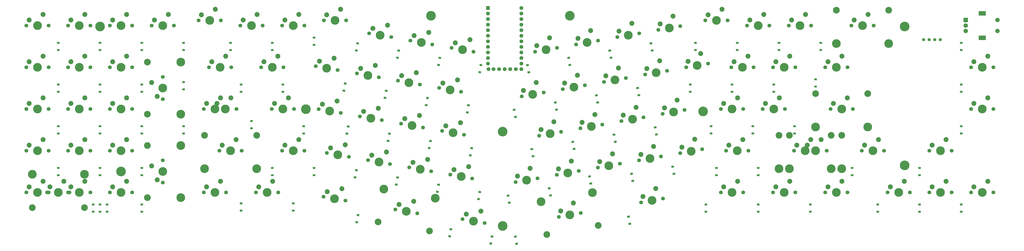
<source format=gbr>
%TF.GenerationSoftware,KiCad,Pcbnew,(5.1.10)-1*%
%TF.CreationDate,2022-01-23T15:25:41-08:00*%
%TF.ProjectId,V2,56322e6b-6963-4616-945f-706362585858,rev?*%
%TF.SameCoordinates,Original*%
%TF.FileFunction,Soldermask,Bot*%
%TF.FilePolarity,Negative*%
%FSLAX46Y46*%
G04 Gerber Fmt 4.6, Leading zero omitted, Abs format (unit mm)*
G04 Created by KiCad (PCBNEW (5.1.10)-1) date 2022-01-23 15:25:41*
%MOMM*%
%LPD*%
G01*
G04 APERTURE LIST*
%ADD10C,2.250000*%
%ADD11C,3.987800*%
%ADD12C,1.750000*%
%ADD13C,3.048000*%
%ADD14C,1.397000*%
%ADD15C,1.752600*%
%ADD16R,1.752600X1.752600*%
%ADD17C,4.400000*%
%ADD18R,1.200000X0.900000*%
%ADD19C,0.100000*%
%ADD20C,2.000000*%
%ADD21R,3.200000X2.000000*%
%ADD22R,2.000000X2.000000*%
G04 APERTURE END LIST*
D10*
%TO.C,MX78*%
X357479043Y-52070000D03*
D11*
X354939043Y-57150000D03*
D10*
X351129043Y-54610000D03*
D12*
X349859043Y-57150000D03*
X360019043Y-57150000D03*
D13*
X343032793Y-50165000D03*
X366845293Y-50165000D03*
D11*
X343032793Y-65405000D03*
X366845293Y-65405000D03*
%TD*%
D10*
%TO.C,MX78*%
X352716543Y-52070000D03*
D11*
X350176543Y-57150000D03*
D10*
X346366543Y-54610000D03*
D12*
X345096543Y-57150000D03*
X355256543Y-57150000D03*
D13*
X338270293Y-50165000D03*
X362082793Y-50165000D03*
D11*
X338270293Y-65405000D03*
X362082793Y-65405000D03*
%TD*%
D10*
%TO.C,MX84*%
X367004043Y-13970000D03*
D11*
X364464043Y-19050000D03*
D10*
X360654043Y-16510000D03*
D12*
X359384043Y-19050000D03*
X369544043Y-19050000D03*
%TD*%
D10*
%TO.C,MX85*%
X369385293Y-33020000D03*
D11*
X366845293Y-38100000D03*
D10*
X363035293Y-35560000D03*
D12*
X361765293Y-38100000D03*
X371925293Y-38100000D03*
D13*
X354939043Y-31115000D03*
X378751543Y-31115000D03*
D11*
X354939043Y-46355000D03*
X378751543Y-46355000D03*
%TD*%
D10*
%TO.C,MX23*%
X85883750Y-13970000D03*
D11*
X83343750Y-19050000D03*
D10*
X79533750Y-16510000D03*
D12*
X78263750Y-19050000D03*
X88423750Y-19050000D03*
%TD*%
D10*
%TO.C,MX16*%
X40640000Y-71120000D03*
D11*
X38100000Y-76200000D03*
D10*
X34290000Y-73660000D03*
D12*
X33020000Y-76200000D03*
X43180000Y-76200000D03*
%TD*%
D10*
%TO.C,MX39*%
X171674057Y-80292556D03*
D11*
X168290513Y-84854313D03*
D10*
X164979462Y-81691302D03*
D12*
X163287690Y-83972180D03*
X173293336Y-85736446D03*
D13*
X155352213Y-89665697D03*
X178802948Y-93800694D03*
D11*
X157998611Y-74657226D03*
X181449346Y-78792224D03*
%TD*%
D10*
%TO.C,MX47*%
X191612756Y-24809464D03*
D11*
X188229212Y-29371221D03*
D10*
X184918161Y-26208210D03*
D12*
X183226389Y-28489088D03*
X193232035Y-30253354D03*
%TD*%
D14*
%TO.C,OL1*%
X404190200Y-6477000D03*
X406730200Y-6477000D03*
X409270200Y-6477000D03*
X411810200Y-6477000D03*
%TD*%
D15*
%TO.C,U1*%
X208051400Y-19888200D03*
X210591400Y-19888200D03*
X213131400Y-19888200D03*
X215671400Y-19888200D03*
X218211400Y-19888200D03*
X220751400Y8051800D03*
X205740000Y-19888200D03*
X220751400Y5511800D03*
X220751400Y2971800D03*
X220751400Y431800D03*
X220751400Y-2108200D03*
X220751400Y-4648200D03*
X220751400Y-7188200D03*
X220751400Y-9728200D03*
X220751400Y-12268200D03*
X220751400Y-14808200D03*
X220751400Y-17348200D03*
X220751400Y-19888200D03*
X205511400Y-17348200D03*
X205511400Y-14808200D03*
X205511400Y-12268200D03*
X205511400Y-9728200D03*
X205511400Y-7188200D03*
X205511400Y-4648200D03*
X205511400Y-2108200D03*
X205511400Y431800D03*
X205511400Y2971800D03*
X205511400Y5511800D03*
D16*
X205511400Y8051800D03*
%TD*%
D10*
%TO.C,MX90*%
X83502500Y-33020000D03*
D11*
X80962500Y-38100000D03*
D10*
X77152500Y-35560000D03*
D12*
X75882500Y-38100000D03*
X86042500Y-38100000D03*
%TD*%
D17*
%TO.C,H11*%
X395592300Y-431800D03*
%TD*%
%TO.C,H9*%
X179552600Y4508500D03*
%TD*%
%TO.C,H8*%
X395592300Y-63855600D03*
%TD*%
%TO.C,H7*%
X38100000Y-66675000D03*
%TD*%
%TO.C,H6*%
X28575000Y-431800D03*
%TD*%
%TO.C,H5*%
X212229700Y-91541600D03*
%TD*%
%TO.C,H4*%
X212229700Y-48450500D03*
%TD*%
%TO.C,H3*%
X303631600Y-39166800D03*
%TD*%
%TO.C,H2*%
X242824000Y4508500D03*
%TD*%
%TO.C,H1*%
X122440700Y-38163500D03*
%TD*%
D10*
%TO.C,MX5*%
X12065000Y-71120000D03*
D11*
X9525000Y-76200000D03*
D10*
X5715000Y-73660000D03*
D12*
X4445000Y-76200000D03*
X14605000Y-76200000D03*
D13*
X-2381250Y-83185000D03*
X21431250Y-83185000D03*
D11*
X-2381250Y-67945000D03*
X21431250Y-67945000D03*
%TD*%
D10*
%TO.C,MX92*%
X433489043Y-71120000D03*
D11*
X430949043Y-76200000D03*
D10*
X427139043Y-73660000D03*
D12*
X425869043Y-76200000D03*
X436029043Y-76200000D03*
%TD*%
D10*
%TO.C,MX91*%
X433489043Y-33020000D03*
D11*
X430949043Y-38100000D03*
D10*
X427139043Y-35560000D03*
D12*
X425869043Y-38100000D03*
X436029043Y-38100000D03*
%TD*%
D10*
%TO.C,MX89*%
X433489043Y-13970000D03*
D11*
X430949043Y-19050000D03*
D10*
X427139043Y-16510000D03*
D12*
X425869043Y-19050000D03*
X436029043Y-19050000D03*
%TD*%
D10*
%TO.C,MX88*%
X414439043Y-71120000D03*
D11*
X411899043Y-76200000D03*
D10*
X408089043Y-73660000D03*
D12*
X406819043Y-76200000D03*
X416979043Y-76200000D03*
%TD*%
D10*
%TO.C,MX87*%
X414439043Y-52070000D03*
D11*
X411899043Y-57150000D03*
D10*
X408089043Y-54610000D03*
D12*
X406819043Y-57150000D03*
X416979043Y-57150000D03*
%TD*%
D10*
%TO.C,MX86*%
X383672793Y-52070000D03*
D11*
X381132793Y-57150000D03*
D10*
X377322793Y-54610000D03*
D12*
X376052793Y-57150000D03*
X386212793Y-57150000D03*
%TD*%
D10*
%TO.C,MX83*%
X343191543Y-13970000D03*
D11*
X340651543Y-19050000D03*
D10*
X336841543Y-16510000D03*
D12*
X335571543Y-19050000D03*
X345731543Y-19050000D03*
%TD*%
D10*
%TO.C,MX82*%
X378910293Y5080000D03*
D11*
X376370293Y0D03*
D10*
X372560293Y2540000D03*
D12*
X371290293Y0D03*
X381450293Y0D03*
D13*
X364464043Y6985000D03*
X388276543Y6985000D03*
D11*
X364464043Y-8255000D03*
X388276543Y-8255000D03*
%TD*%
D10*
%TO.C,MX81*%
X350335293Y5080000D03*
D11*
X347795293Y0D03*
D10*
X343985293Y2540000D03*
D12*
X342715293Y0D03*
X352875293Y0D03*
%TD*%
D10*
%TO.C,MX80*%
X395389043Y-71120000D03*
D11*
X392849043Y-76200000D03*
D10*
X389039043Y-73660000D03*
D12*
X387769043Y-76200000D03*
X397929043Y-76200000D03*
%TD*%
D10*
%TO.C,MX79*%
X367004043Y-71120000D03*
D11*
X364464043Y-76200000D03*
D10*
X360654043Y-73660000D03*
D12*
X359384043Y-76200000D03*
X369544043Y-76200000D03*
%TD*%
D10*
%TO.C,MX77*%
X338429043Y-33020000D03*
D11*
X335889043Y-38100000D03*
D10*
X332079043Y-35560000D03*
D12*
X330809043Y-38100000D03*
X340969043Y-38100000D03*
%TD*%
D10*
%TO.C,MX76*%
X324141543Y-13970000D03*
D11*
X321601543Y-19050000D03*
D10*
X317791543Y-16510000D03*
D12*
X316521543Y-19050000D03*
X326681543Y-19050000D03*
%TD*%
D10*
%TO.C,MX75*%
X302571612Y-12762841D03*
D11*
X300952333Y-18206731D03*
D10*
X296759149Y-16366919D03*
D12*
X295949510Y-19088864D03*
X305955156Y-17324598D03*
%TD*%
D10*
%TO.C,MX74*%
X331285293Y5080000D03*
D11*
X328745293Y0D03*
D10*
X324935293Y2540000D03*
D12*
X323665293Y0D03*
X333825293Y0D03*
%TD*%
D10*
%TO.C,MX73*%
X312235293Y7461250D03*
D11*
X309695293Y2381250D03*
D10*
X305885293Y4921250D03*
D12*
X304615293Y2381250D03*
X314775293Y2381250D03*
%TD*%
D10*
%TO.C,MX72*%
X319379043Y-33020000D03*
D11*
X316839043Y-38100000D03*
D10*
X313029043Y-35560000D03*
D12*
X311759043Y-38100000D03*
X321919043Y-38100000D03*
%TD*%
D10*
%TO.C,MX71*%
X321760293Y-52070000D03*
D11*
X319220293Y-57150000D03*
D10*
X315410293Y-54610000D03*
D12*
X314140293Y-57150000D03*
X324300293Y-57150000D03*
%TD*%
D10*
%TO.C,MX70*%
X343191543Y-71120000D03*
D11*
X340651543Y-76200000D03*
D10*
X336841543Y-73660000D03*
D12*
X335571543Y-76200000D03*
X345731543Y-76200000D03*
%TD*%
D10*
%TO.C,MX69*%
X319379043Y-71120000D03*
D11*
X316839043Y-76200000D03*
D10*
X313029043Y-73660000D03*
D12*
X311759043Y-76200000D03*
X321919043Y-76200000D03*
%TD*%
D10*
%TO.C,MX68*%
X299807313Y-51938013D03*
D11*
X298188034Y-57381903D03*
D10*
X293994850Y-55542091D03*
D12*
X293185211Y-58264036D03*
X303190857Y-56499770D03*
%TD*%
D10*
%TO.C,MX67*%
X291809169Y-34004426D03*
D11*
X290189890Y-39448316D03*
D10*
X285996706Y-37608504D03*
D12*
X285187067Y-40330449D03*
X295192713Y-38566183D03*
%TD*%
D10*
%TO.C,MX66*%
X283811025Y-16070838D03*
D11*
X282191746Y-21514728D03*
D10*
X277998562Y-19674916D03*
D12*
X277188923Y-22396861D03*
X287194569Y-20632595D03*
%TD*%
D10*
%TO.C,MX65*%
X289883322Y4343748D03*
D11*
X288264043Y-1100142D03*
D10*
X284070859Y739670D03*
D12*
X283261220Y-1982275D03*
X293266866Y-218009D03*
%TD*%
D10*
%TO.C,MX64*%
X281046726Y-55246010D03*
D11*
X279427447Y-60689900D03*
D10*
X275234263Y-58850088D03*
D12*
X274424624Y-61572033D03*
X284430270Y-59807767D03*
%TD*%
D10*
%TO.C,MX63*%
X282009650Y-74420096D03*
D11*
X280390371Y-79863986D03*
D10*
X276197187Y-78024174D03*
D12*
X275387548Y-80746119D03*
X285393194Y-78981853D03*
%TD*%
D10*
%TO.C,MX62*%
X262286139Y-58554007D03*
D11*
X260666860Y-63997897D03*
D10*
X256473676Y-62158085D03*
D12*
X255664037Y-64880030D03*
X265669683Y-63115764D03*
%TD*%
D10*
%TO.C,MX61*%
X273048582Y-37312423D03*
D11*
X271429303Y-42756313D03*
D10*
X267236119Y-40916501D03*
D12*
X266426480Y-43638446D03*
X276432126Y-41874180D03*
%TD*%
D10*
%TO.C,MX60*%
X265050438Y-19378835D03*
D11*
X263431159Y-24822725D03*
D10*
X259237975Y-22982913D03*
D12*
X258428336Y-25704858D03*
X268433982Y-23940592D03*
%TD*%
D10*
%TO.C,MX59*%
X246289851Y-22686832D03*
D11*
X244670572Y-28130722D03*
D10*
X240477388Y-26290910D03*
D12*
X239667749Y-29012855D03*
X249673395Y-27248589D03*
%TD*%
D10*
%TO.C,MX58*%
X271122735Y1035751D03*
D11*
X269503456Y-4408139D03*
D10*
X265310272Y-2568327D03*
D12*
X264500633Y-5290272D03*
X274506279Y-3526006D03*
%TD*%
D10*
%TO.C,MX57*%
X252362148Y-2272246D03*
D11*
X250742869Y-7716136D03*
D10*
X246549685Y-5876324D03*
D12*
X245740046Y-8598269D03*
X255745692Y-6834003D03*
%TD*%
D10*
%TO.C,MX56*%
X254287995Y-40620420D03*
D11*
X252668716Y-46064310D03*
D10*
X248475532Y-44224498D03*
D12*
X247665893Y-46946443D03*
X257671539Y-45182177D03*
%TD*%
D10*
%TO.C,MX55*%
X243525552Y-61862004D03*
D11*
X241906273Y-67305894D03*
D10*
X237713089Y-65466082D03*
D12*
X236903450Y-68188027D03*
X246909096Y-66423761D03*
%TD*%
D10*
%TO.C,MX54*%
X244488475Y-81036091D03*
D11*
X242869196Y-86479981D03*
D10*
X238676012Y-84640169D03*
D12*
X237866373Y-87362114D03*
X247872019Y-85597848D03*
D13*
X232356761Y-95426362D03*
X255807496Y-91291365D03*
D11*
X229710363Y-80417892D03*
X253161098Y-76282894D03*
%TD*%
D10*
%TO.C,MX53*%
X202325412Y-84730023D03*
D11*
X198941868Y-89291780D03*
D10*
X195630817Y-86128769D03*
D12*
X193939045Y-88409647D03*
X203944691Y-90173913D03*
%TD*%
D10*
%TO.C,MX52*%
X224764965Y-65170001D03*
D11*
X223145686Y-70613891D03*
D10*
X218952502Y-68774079D03*
D12*
X218142863Y-71496024D03*
X228148509Y-69731758D03*
%TD*%
D10*
%TO.C,MX51*%
X235527408Y-43928417D03*
D11*
X233908129Y-49372307D03*
D10*
X229714945Y-47532495D03*
D12*
X228905306Y-50254440D03*
X238910952Y-48490174D03*
%TD*%
D10*
%TO.C,MX50*%
X227529264Y-25994829D03*
D11*
X225909985Y-31438719D03*
D10*
X221716801Y-29598907D03*
D12*
X220907162Y-32320852D03*
X230912808Y-30556586D03*
%TD*%
D10*
%TO.C,MX49*%
X233601561Y-5580243D03*
D11*
X231982282Y-11024133D03*
D10*
X227789098Y-9184321D03*
D12*
X226979459Y-11906266D03*
X236985105Y-10142000D03*
%TD*%
D10*
%TO.C,MX48*%
X197265826Y-6462376D03*
D11*
X193882282Y-11024133D03*
D10*
X190571231Y-7861122D03*
D12*
X188879459Y-10142000D03*
X198885105Y-11906266D03*
%TD*%
D10*
%TO.C,MX46*%
X192994907Y-44397051D03*
D11*
X189611363Y-48958808D03*
D10*
X186300312Y-45795797D03*
D12*
X184608540Y-48076675D03*
X194614186Y-49840941D03*
%TD*%
D10*
%TO.C,MX45*%
X196722129Y-64398136D03*
D11*
X193338585Y-68959893D03*
D10*
X190027534Y-65796882D03*
D12*
X188335762Y-68077760D03*
X198341408Y-69842026D03*
%TD*%
D10*
%TO.C,MX44*%
X174234320Y-41089054D03*
D11*
X170850776Y-45650811D03*
D10*
X167539725Y-42487800D03*
D12*
X165847953Y-44768678D03*
X175853599Y-46532944D03*
%TD*%
D10*
%TO.C,MX43*%
X172852169Y-21501467D03*
D11*
X169468625Y-26063224D03*
D10*
X166157574Y-22900213D03*
D12*
X164465802Y-25181091D03*
X174471448Y-26945357D03*
%TD*%
D10*
%TO.C,MX42*%
X178505239Y-3154379D03*
D11*
X175121695Y-7716136D03*
D10*
X171810644Y-4553125D03*
D12*
X170118872Y-6834003D03*
X180124518Y-8598269D03*
%TD*%
D10*
%TO.C,MX41*%
X159744652Y153618D03*
D11*
X156361108Y-4408139D03*
D10*
X153050057Y-1245128D03*
D12*
X151358285Y-3526006D03*
X161363931Y-5290272D03*
%TD*%
D10*
%TO.C,MX40*%
X177961542Y-61090139D03*
D11*
X174577998Y-65651896D03*
D10*
X171266947Y-62488885D03*
D12*
X169575175Y-64769763D03*
X179580821Y-66534029D03*
%TD*%
D10*
%TO.C,MX38*%
X159200955Y-57782142D03*
D11*
X155817411Y-62343899D03*
D10*
X152506360Y-59180888D03*
D12*
X150814588Y-61461766D03*
X160820234Y-63226032D03*
%TD*%
D10*
%TO.C,MX37*%
X155473733Y-37781057D03*
D11*
X152090189Y-42342814D03*
D10*
X148779138Y-39179803D03*
D12*
X147087366Y-41460681D03*
X157093012Y-43224947D03*
%TD*%
D10*
%TO.C,MX36*%
X154091582Y-18193470D03*
D11*
X150708038Y-22755227D03*
D10*
X147396987Y-19592216D03*
D12*
X145705215Y-21873094D03*
X155710861Y-23637360D03*
%TD*%
D10*
%TO.C,MX35*%
X135330995Y-14885473D03*
D11*
X131947451Y-19447230D03*
D10*
X128636400Y-16284219D03*
D12*
X126944628Y-18565097D03*
X136950274Y-20329363D03*
%TD*%
D10*
%TO.C,MX34*%
X138271250Y7461250D03*
D11*
X135731250Y2381250D03*
D10*
X131921250Y4921250D03*
D12*
X130651250Y2381250D03*
X140811250Y2381250D03*
%TD*%
D10*
%TO.C,MX33*%
X119221250Y5080000D03*
D11*
X116681250Y0D03*
D10*
X112871250Y2540000D03*
D12*
X111601250Y0D03*
X121761250Y0D03*
%TD*%
D10*
%TO.C,MX32*%
X136713146Y-34473060D03*
D11*
X133329602Y-39034817D03*
D10*
X130018551Y-35871806D03*
D12*
X128326779Y-38152684D03*
X138332425Y-39916950D03*
%TD*%
D10*
%TO.C,MX31*%
X140440368Y-54474145D03*
D11*
X137056824Y-59035902D03*
D10*
X133745773Y-55872891D03*
D12*
X132054001Y-58153769D03*
X142059647Y-59918035D03*
%TD*%
D10*
%TO.C,MX30*%
X138843029Y-74503560D03*
D11*
X135459485Y-79065317D03*
D10*
X132148434Y-75902306D03*
D12*
X130456662Y-78183184D03*
X140462308Y-79947450D03*
%TD*%
D10*
%TO.C,MX29*%
X107315000Y-71120000D03*
D11*
X104775000Y-76200000D03*
D10*
X100965000Y-73660000D03*
D12*
X99695000Y-76200000D03*
X109855000Y-76200000D03*
%TD*%
D10*
%TO.C,MX28*%
X119221250Y-52070000D03*
D11*
X116681250Y-57150000D03*
D10*
X112871250Y-54610000D03*
D12*
X111601250Y-57150000D03*
X121761250Y-57150000D03*
%TD*%
D10*
%TO.C,MX27*%
X114458750Y-33020000D03*
D11*
X111918750Y-38100000D03*
D10*
X108108750Y-35560000D03*
D12*
X106838750Y-38100000D03*
X116998750Y-38100000D03*
%TD*%
D10*
%TO.C,MX26*%
X109696250Y-13970000D03*
D11*
X107156250Y-19050000D03*
D10*
X103346250Y-16510000D03*
D12*
X102076250Y-19050000D03*
X112236250Y-19050000D03*
%TD*%
D10*
%TO.C,MX25*%
X100171250Y5080000D03*
D11*
X97631250Y0D03*
D10*
X93821250Y2540000D03*
D12*
X92551250Y0D03*
X102711250Y0D03*
%TD*%
D10*
%TO.C,MX24*%
X81121250Y7461250D03*
D11*
X78581250Y2381250D03*
D10*
X74771250Y4921250D03*
D12*
X73501250Y2381250D03*
X83661250Y2381250D03*
%TD*%
%TO.C,MX22*%
X90805000Y-38100000D03*
X80645000Y-38100000D03*
D10*
X81915000Y-35560000D03*
D11*
X85725000Y-38100000D03*
D10*
X88265000Y-33020000D03*
%TD*%
%TO.C,MX21*%
X90646250Y-52070000D03*
D11*
X88106250Y-57150000D03*
D10*
X84296250Y-54610000D03*
D12*
X83026250Y-57150000D03*
X93186250Y-57150000D03*
D13*
X76200000Y-50165000D03*
X100012500Y-50165000D03*
D11*
X76200000Y-65405000D03*
X100012500Y-65405000D03*
%TD*%
D10*
%TO.C,MX20*%
X83502500Y-71120000D03*
D11*
X80962500Y-76200000D03*
D10*
X77152500Y-73660000D03*
D12*
X75882500Y-76200000D03*
X86042500Y-76200000D03*
%TD*%
D10*
%TO.C,MX19*%
X52070000Y-64135000D03*
D11*
X57150000Y-66675000D03*
D10*
X54610000Y-70485000D03*
D12*
X57150000Y-71755000D03*
X57150000Y-61595000D03*
D13*
X50165000Y-78581250D03*
X50165000Y-54768750D03*
D11*
X65405000Y-78581250D03*
X65405000Y-54768750D03*
%TD*%
D10*
%TO.C,MX18*%
X52070000Y-26035000D03*
D11*
X57150000Y-28575000D03*
D10*
X54610000Y-32385000D03*
D12*
X57150000Y-33655000D03*
X57150000Y-23495000D03*
D13*
X50165000Y-40481250D03*
X50165000Y-16668750D03*
D11*
X65405000Y-40481250D03*
X65405000Y-16668750D03*
%TD*%
D10*
%TO.C,MX17*%
X59690000Y5080000D03*
D11*
X57150000Y0D03*
D10*
X53340000Y2540000D03*
D12*
X52070000Y0D03*
X62230000Y0D03*
%TD*%
D10*
%TO.C,MX15*%
X40640000Y-52070000D03*
D11*
X38100000Y-57150000D03*
D10*
X34290000Y-54610000D03*
D12*
X33020000Y-57150000D03*
X43180000Y-57150000D03*
%TD*%
D10*
%TO.C,MX14*%
X40640000Y-33020000D03*
D11*
X38100000Y-38100000D03*
D10*
X34290000Y-35560000D03*
D12*
X33020000Y-38100000D03*
X43180000Y-38100000D03*
%TD*%
D10*
%TO.C,MX13*%
X21590000Y-33020000D03*
D11*
X19050000Y-38100000D03*
D10*
X15240000Y-35560000D03*
D12*
X13970000Y-38100000D03*
X24130000Y-38100000D03*
%TD*%
D10*
%TO.C,MX12*%
X40640000Y-13970000D03*
D11*
X38100000Y-19050000D03*
D10*
X34290000Y-16510000D03*
D12*
X33020000Y-19050000D03*
X43180000Y-19050000D03*
%TD*%
D10*
%TO.C,MX11*%
X21590000Y-13970000D03*
D11*
X19050000Y-19050000D03*
D10*
X15240000Y-16510000D03*
D12*
X13970000Y-19050000D03*
X24130000Y-19050000D03*
%TD*%
D10*
%TO.C,MX10*%
X40640000Y5080000D03*
D11*
X38100000Y0D03*
D10*
X34290000Y2540000D03*
D12*
X33020000Y0D03*
X43180000Y0D03*
%TD*%
D10*
%TO.C,MX9*%
X21590000Y5080000D03*
D11*
X19050000Y0D03*
D10*
X15240000Y2540000D03*
D12*
X13970000Y0D03*
X24130000Y0D03*
%TD*%
D10*
%TO.C,MX8*%
X21590000Y-52070000D03*
D11*
X19050000Y-57150000D03*
D10*
X15240000Y-54610000D03*
D12*
X13970000Y-57150000D03*
X24130000Y-57150000D03*
%TD*%
D10*
%TO.C,MX7*%
X2540000Y-71120000D03*
D11*
X0Y-76200000D03*
D10*
X-3810000Y-73660000D03*
D12*
X-5080000Y-76200000D03*
X5080000Y-76200000D03*
%TD*%
D10*
%TO.C,MX6*%
X21590000Y-71120000D03*
D11*
X19050000Y-76200000D03*
D10*
X15240000Y-73660000D03*
D12*
X13970000Y-76200000D03*
X24130000Y-76200000D03*
%TD*%
D10*
%TO.C,MX4*%
X2540000Y-52070000D03*
D11*
X0Y-57150000D03*
D10*
X-3810000Y-54610000D03*
D12*
X-5080000Y-57150000D03*
X5080000Y-57150000D03*
%TD*%
D10*
%TO.C,MX3*%
X2540000Y-33020000D03*
D11*
X0Y-38100000D03*
D10*
X-3810000Y-35560000D03*
D12*
X-5080000Y-38100000D03*
X5080000Y-38100000D03*
%TD*%
D10*
%TO.C,MX2*%
X2540000Y-13970000D03*
D11*
X0Y-19050000D03*
D10*
X-3810000Y-16510000D03*
D12*
X-5080000Y-19050000D03*
X5080000Y-19050000D03*
%TD*%
D10*
%TO.C,MX1*%
X2540000Y5080000D03*
D11*
X0Y0D03*
D10*
X-3810000Y2540000D03*
D12*
X-5080000Y0D03*
X5080000Y0D03*
%TD*%
D18*
%TO.C,D92*%
X421424043Y-81693750D03*
X421424043Y-84993750D03*
%TD*%
%TO.C,D91*%
X421424043Y-45975000D03*
X421424043Y-49275000D03*
%TD*%
%TO.C,D89*%
X421424043Y-26925000D03*
X421424043Y-30225000D03*
%TD*%
%TO.C,D88*%
X402374043Y-81693750D03*
X402374043Y-84993750D03*
%TD*%
%TO.C,D87*%
X402374043Y-65025000D03*
X402374043Y-68325000D03*
%TD*%
%TO.C,D86*%
X371607793Y-65025000D03*
X371607793Y-68325000D03*
%TD*%
%TO.C,D85*%
X345414043Y-45975000D03*
X345414043Y-49275000D03*
%TD*%
%TO.C,D84*%
X354939043Y-24543750D03*
X354939043Y-27843750D03*
%TD*%
%TO.C,D83*%
X335889043Y-26925000D03*
X335889043Y-30225000D03*
%TD*%
%TO.C,D82*%
X357320293Y-7875000D03*
X357320293Y-11175000D03*
%TD*%
%TO.C,D81*%
X338270293Y-7875000D03*
X338270293Y-11175000D03*
%TD*%
%TO.C,D80*%
X383324043Y-81693750D03*
X383324043Y-84993750D03*
%TD*%
%TO.C,D79*%
X352557793Y-81693750D03*
X352557793Y-84993750D03*
%TD*%
%TO.C,D78*%
X328745293Y-65025000D03*
X328745293Y-68325000D03*
%TD*%
%TO.C,D77*%
X326364043Y-45975000D03*
X326364043Y-49275000D03*
%TD*%
%TO.C,D76*%
X316839043Y-26925000D03*
X316839043Y-30225000D03*
%TD*%
%TO.C,D75*%
X297789043Y-26925000D03*
X297789043Y-30225000D03*
%TD*%
%TO.C,D74*%
X319220293Y-7875000D03*
X319220293Y-11175000D03*
%TD*%
%TO.C,D73*%
X300170293Y-7875000D03*
X300170293Y-11175000D03*
%TD*%
%TO.C,D72*%
X307314043Y-45975000D03*
X307314043Y-49275000D03*
%TD*%
%TO.C,D71*%
X309695293Y-65025000D03*
X309695293Y-68325000D03*
%TD*%
%TO.C,D70*%
X328745293Y-81693750D03*
X328745293Y-84993750D03*
%TD*%
%TO.C,D69*%
X304932793Y-81693750D03*
X304932793Y-84993750D03*
%TD*%
D19*
%TO.C,D68*%
G36*
X290425107Y-64779442D02*
G01*
X289243338Y-64987819D01*
X289087055Y-64101492D01*
X290268824Y-63893115D01*
X290425107Y-64779442D01*
G37*
G36*
X290998145Y-68029308D02*
G01*
X289816376Y-68237685D01*
X289660093Y-67351358D01*
X290841862Y-67142981D01*
X290998145Y-68029308D01*
G37*
%TD*%
%TO.C,D67*%
G36*
X282436807Y-46821642D02*
G01*
X281255038Y-47030019D01*
X281098755Y-46143692D01*
X282280524Y-45935315D01*
X282436807Y-46821642D01*
G37*
G36*
X283009845Y-50071508D02*
G01*
X281828076Y-50279885D01*
X281671793Y-49393558D01*
X282853562Y-49185181D01*
X283009845Y-50071508D01*
G37*
%TD*%
%TO.C,D66*%
G36*
X274423107Y-28863842D02*
G01*
X273241338Y-29072219D01*
X273085055Y-28185892D01*
X274266824Y-27977515D01*
X274423107Y-28863842D01*
G37*
G36*
X274996145Y-32113708D02*
G01*
X273814376Y-32322085D01*
X273658093Y-31435758D01*
X274839862Y-31227381D01*
X274996145Y-32113708D01*
G37*
%TD*%
%TO.C,D65*%
G36*
X280506407Y-8454942D02*
G01*
X279324638Y-8663319D01*
X279168355Y-7776992D01*
X280350124Y-7568615D01*
X280506407Y-8454942D01*
G37*
G36*
X281079445Y-11704808D02*
G01*
X279897676Y-11913185D01*
X279741393Y-11026858D01*
X280923162Y-10818481D01*
X281079445Y-11704808D01*
G37*
%TD*%
%TO.C,D64*%
G36*
X271667207Y-68030642D02*
G01*
X270485438Y-68239019D01*
X270329155Y-67352692D01*
X271510924Y-67144315D01*
X271667207Y-68030642D01*
G37*
G36*
X272240245Y-71280508D02*
G01*
X271058476Y-71488885D01*
X270902193Y-70602558D01*
X272083962Y-70394181D01*
X272240245Y-71280508D01*
G37*
%TD*%
%TO.C,D63*%
G36*
X270282907Y-87626742D02*
G01*
X269101138Y-87835119D01*
X268944855Y-86948792D01*
X270126624Y-86740415D01*
X270282907Y-87626742D01*
G37*
G36*
X270855945Y-90876608D02*
G01*
X269674176Y-91084985D01*
X269517893Y-90198658D01*
X270699662Y-89990281D01*
X270855945Y-90876608D01*
G37*
%TD*%
%TO.C,D62*%
G36*
X252528307Y-69224442D02*
G01*
X251346538Y-69432819D01*
X251190255Y-68546492D01*
X252372024Y-68338115D01*
X252528307Y-69224442D01*
G37*
G36*
X253101345Y-72474308D02*
G01*
X251919576Y-72682685D01*
X251763293Y-71796358D01*
X252945062Y-71587981D01*
X253101345Y-72474308D01*
G37*
%TD*%
%TO.C,D61*%
G36*
X263666207Y-50136342D02*
G01*
X262484438Y-50344719D01*
X262328155Y-49458392D01*
X263509924Y-49250015D01*
X263666207Y-50136342D01*
G37*
G36*
X264239245Y-53386208D02*
G01*
X263057476Y-53594585D01*
X262901193Y-52708258D01*
X264082962Y-52499881D01*
X264239245Y-53386208D01*
G37*
%TD*%
%TO.C,D60*%
G36*
X255665207Y-32191242D02*
G01*
X254483438Y-32399619D01*
X254327155Y-31513292D01*
X255508924Y-31304915D01*
X255665207Y-32191242D01*
G37*
G36*
X256238245Y-35441108D02*
G01*
X255056476Y-35649485D01*
X254900193Y-34763158D01*
X256081962Y-34554781D01*
X256238245Y-35441108D01*
G37*
%TD*%
%TO.C,D59*%
G36*
X236894607Y-35467842D02*
G01*
X235712838Y-35676219D01*
X235556555Y-34789892D01*
X236738324Y-34581515D01*
X236894607Y-35467842D01*
G37*
G36*
X237467645Y-38717708D02*
G01*
X236285876Y-38926085D01*
X236129593Y-38039758D01*
X237311362Y-37831381D01*
X237467645Y-38717708D01*
G37*
%TD*%
%TO.C,D58*%
G36*
X261735807Y-11756942D02*
G01*
X260554038Y-11965319D01*
X260397755Y-11078992D01*
X261579524Y-10870615D01*
X261735807Y-11756942D01*
G37*
G36*
X262308845Y-15006808D02*
G01*
X261127076Y-15215185D01*
X260970793Y-14328858D01*
X262152562Y-14120481D01*
X262308845Y-15006808D01*
G37*
%TD*%
%TO.C,D57*%
G36*
X242977907Y-15058942D02*
G01*
X241796138Y-15267319D01*
X241639855Y-14380992D01*
X242821624Y-14172615D01*
X242977907Y-15058942D01*
G37*
G36*
X243550945Y-18308808D02*
G01*
X242369176Y-18517185D01*
X242212893Y-17630858D01*
X243394662Y-17422481D01*
X243550945Y-18308808D01*
G37*
%TD*%
%TO.C,D56*%
G36*
X244895607Y-53425642D02*
G01*
X243713838Y-53634019D01*
X243557555Y-52747692D01*
X244739324Y-52539315D01*
X244895607Y-53425642D01*
G37*
G36*
X245468645Y-56675508D02*
G01*
X244286876Y-56883885D01*
X244130593Y-55997558D01*
X245312362Y-55789181D01*
X245468645Y-56675508D01*
G37*
%TD*%
%TO.C,D55*%
G36*
X234138707Y-74672742D02*
G01*
X232956938Y-74881119D01*
X232800655Y-73994792D01*
X233982424Y-73786415D01*
X234138707Y-74672742D01*
G37*
G36*
X234711745Y-77922608D02*
G01*
X233529976Y-78130985D01*
X233373693Y-77244658D01*
X234555462Y-77036281D01*
X234711745Y-77922608D01*
G37*
%TD*%
%TO.C,D54*%
G36*
X218682807Y-96719942D02*
G01*
X217501038Y-96928319D01*
X217344755Y-96041992D01*
X218526524Y-95833615D01*
X218682807Y-96719942D01*
G37*
G36*
X219255845Y-99969808D02*
G01*
X218074076Y-100178185D01*
X217917793Y-99291858D01*
X219099562Y-99083481D01*
X219255845Y-99969808D01*
G37*
%TD*%
%TO.C,D53*%
G36*
X207898162Y-96864819D02*
G01*
X206716393Y-96656442D01*
X206872676Y-95770115D01*
X208054445Y-95978492D01*
X207898162Y-96864819D01*
G37*
G36*
X207325124Y-100114685D02*
G01*
X206143355Y-99906308D01*
X206299638Y-99019981D01*
X207481407Y-99228358D01*
X207325124Y-100114685D01*
G37*
%TD*%
%TO.C,D52*%
G36*
X215368107Y-77987442D02*
G01*
X214186338Y-78195819D01*
X214030055Y-77309492D01*
X215211824Y-77101115D01*
X215368107Y-77987442D01*
G37*
G36*
X215941145Y-81237308D02*
G01*
X214759376Y-81445685D01*
X214603093Y-80559358D01*
X215784862Y-80350981D01*
X215941145Y-81237308D01*
G37*
%TD*%
%TO.C,D51*%
G36*
X226150407Y-56740342D02*
G01*
X224968638Y-56948719D01*
X224812355Y-56062392D01*
X225994124Y-55854015D01*
X226150407Y-56740342D01*
G37*
G36*
X226723445Y-59990208D02*
G01*
X225541676Y-60198585D01*
X225385393Y-59312258D01*
X226567162Y-59103881D01*
X226723445Y-59990208D01*
G37*
%TD*%
%TO.C,D50*%
G36*
X218149407Y-38820642D02*
G01*
X216967638Y-39029019D01*
X216811355Y-38142692D01*
X217993124Y-37934315D01*
X218149407Y-38820642D01*
G37*
G36*
X218722445Y-42070508D02*
G01*
X217540676Y-42278885D01*
X217384393Y-41392558D01*
X218566162Y-41184181D01*
X218722445Y-42070508D01*
G37*
%TD*%
%TO.C,D49*%
G36*
X224207307Y-18386342D02*
G01*
X223025538Y-18594719D01*
X222869255Y-17708392D01*
X224051024Y-17500015D01*
X224207307Y-18386342D01*
G37*
G36*
X224780345Y-21636208D02*
G01*
X223598576Y-21844585D01*
X223442293Y-20958258D01*
X224624062Y-20749881D01*
X224780345Y-21636208D01*
G37*
%TD*%
%TO.C,D48*%
G36*
X202830862Y-18582019D02*
G01*
X201649093Y-18373642D01*
X201805376Y-17487315D01*
X202987145Y-17695692D01*
X202830862Y-18582019D01*
G37*
G36*
X202257824Y-21831885D02*
G01*
X201076055Y-21623508D01*
X201232338Y-20737181D01*
X202414107Y-20945558D01*
X202257824Y-21831885D01*
G37*
%TD*%
%TO.C,D47*%
G36*
X197166662Y-36946219D02*
G01*
X195984893Y-36737842D01*
X196141176Y-35851515D01*
X197322945Y-36059892D01*
X197166662Y-36946219D01*
G37*
G36*
X196593624Y-40196085D02*
G01*
X195411855Y-39987708D01*
X195568138Y-39101381D01*
X196749907Y-39309758D01*
X196593624Y-40196085D01*
G37*
%TD*%
%TO.C,D46*%
G36*
X198550962Y-56529619D02*
G01*
X197369193Y-56321242D01*
X197525476Y-55434915D01*
X198707245Y-55643292D01*
X198550962Y-56529619D01*
G37*
G36*
X197977924Y-59779485D02*
G01*
X196796155Y-59571108D01*
X196952438Y-58684781D01*
X198134207Y-58893158D01*
X197977924Y-59779485D01*
G37*
%TD*%
%TO.C,D45*%
G36*
X202284762Y-76544819D02*
G01*
X201102993Y-76336442D01*
X201259276Y-75450115D01*
X202441045Y-75658492D01*
X202284762Y-76544819D01*
G37*
G36*
X201711724Y-79794685D02*
G01*
X200529955Y-79586308D01*
X200686238Y-78699981D01*
X201868007Y-78908358D01*
X201711724Y-79794685D01*
G37*
%TD*%
%TO.C,D44*%
G36*
X179793062Y-53227619D02*
G01*
X178611293Y-53019242D01*
X178767576Y-52132915D01*
X179949345Y-52341292D01*
X179793062Y-53227619D01*
G37*
G36*
X179220024Y-56477485D02*
G01*
X178038255Y-56269108D01*
X178194538Y-55382781D01*
X179376307Y-55591158D01*
X179220024Y-56477485D01*
G37*
%TD*%
%TO.C,D43*%
G36*
X178421462Y-33644219D02*
G01*
X177239693Y-33435842D01*
X177395976Y-32549515D01*
X178577745Y-32757892D01*
X178421462Y-33644219D01*
G37*
G36*
X177848424Y-36894085D02*
G01*
X176666655Y-36685708D01*
X176822938Y-35799381D01*
X178004707Y-36007758D01*
X177848424Y-36894085D01*
G37*
%TD*%
%TO.C,D42*%
G36*
X184060262Y-15280019D02*
G01*
X182878493Y-15071642D01*
X183034776Y-14185315D01*
X184216545Y-14393692D01*
X184060262Y-15280019D01*
G37*
G36*
X183487224Y-18529885D02*
G01*
X182305455Y-18321508D01*
X182461738Y-17435181D01*
X183643507Y-17643558D01*
X183487224Y-18529885D01*
G37*
%TD*%
%TO.C,D41*%
G36*
X165315062Y-11952619D02*
G01*
X164133293Y-11744242D01*
X164289576Y-10857915D01*
X165471345Y-11066292D01*
X165315062Y-11952619D01*
G37*
G36*
X164742024Y-15202485D02*
G01*
X163560255Y-14994108D01*
X163716538Y-14107781D01*
X164898307Y-14316158D01*
X164742024Y-15202485D01*
G37*
%TD*%
%TO.C,D40*%
G36*
X183526862Y-73204719D02*
G01*
X182345093Y-72996342D01*
X182501376Y-72110015D01*
X183683145Y-72318392D01*
X183526862Y-73204719D01*
G37*
G36*
X182953824Y-76454585D02*
G01*
X181772055Y-76246208D01*
X181928338Y-75359881D01*
X183110107Y-75568258D01*
X182953824Y-76454585D01*
G37*
%TD*%
%TO.C,D39*%
G36*
X189114862Y-93562819D02*
G01*
X187933093Y-93354442D01*
X188089376Y-92468115D01*
X189271145Y-92676492D01*
X189114862Y-93562819D01*
G37*
G36*
X188541824Y-96812685D02*
G01*
X187360055Y-96604308D01*
X187516338Y-95717981D01*
X188698107Y-95926358D01*
X188541824Y-96812685D01*
G37*
%TD*%
%TO.C,D38*%
G36*
X164768962Y-69915419D02*
G01*
X163587193Y-69707042D01*
X163743476Y-68820715D01*
X164925245Y-69029092D01*
X164768962Y-69915419D01*
G37*
G36*
X164195924Y-73165285D02*
G01*
X163014155Y-72956908D01*
X163170438Y-72070581D01*
X164352207Y-72278958D01*
X164195924Y-73165285D01*
G37*
%TD*%
%TO.C,D37*%
G36*
X161035162Y-49925619D02*
G01*
X159853393Y-49717242D01*
X160009676Y-48830915D01*
X161191445Y-49039292D01*
X161035162Y-49925619D01*
G37*
G36*
X160462124Y-53175485D02*
G01*
X159280355Y-52967108D01*
X159436638Y-52080781D01*
X160618407Y-52289158D01*
X160462124Y-53175485D01*
G37*
%TD*%
%TO.C,D36*%
G36*
X159650862Y-30316819D02*
G01*
X158469093Y-30108442D01*
X158625376Y-29222115D01*
X159807145Y-29430492D01*
X159650862Y-30316819D01*
G37*
G36*
X159077824Y-33566685D02*
G01*
X157896055Y-33358308D01*
X158052338Y-32471981D01*
X159234107Y-32680358D01*
X159077824Y-33566685D01*
G37*
%TD*%
%TO.C,D35*%
G36*
X140892962Y-27027519D02*
G01*
X139711193Y-26819142D01*
X139867476Y-25932815D01*
X141049245Y-26141192D01*
X140892962Y-27027519D01*
G37*
G36*
X140319924Y-30277385D02*
G01*
X139138155Y-30069008D01*
X139294438Y-29182681D01*
X140476207Y-29391058D01*
X140319924Y-30277385D01*
G37*
%TD*%
%TO.C,D34*%
G36*
X146544462Y-8676019D02*
G01*
X145362693Y-8467642D01*
X145518976Y-7581315D01*
X146700745Y-7789692D01*
X146544462Y-8676019D01*
G37*
G36*
X145971424Y-11925885D02*
G01*
X144789655Y-11717508D01*
X144945938Y-10831181D01*
X146127707Y-11039558D01*
X145971424Y-11925885D01*
G37*
%TD*%
D18*
%TO.C,D33*%
X126206250Y-5493750D03*
X126206250Y-8793750D03*
%TD*%
D19*
%TO.C,D32*%
G36*
X142264562Y-46623619D02*
G01*
X141082793Y-46415242D01*
X141239076Y-45528915D01*
X142420845Y-45737292D01*
X142264562Y-46623619D01*
G37*
G36*
X141691524Y-49873485D02*
G01*
X140509755Y-49665108D01*
X140666038Y-48778781D01*
X141847807Y-48987158D01*
X141691524Y-49873485D01*
G37*
%TD*%
%TO.C,D31*%
G36*
X145998362Y-66600719D02*
G01*
X144816593Y-66392342D01*
X144972876Y-65506015D01*
X146154645Y-65714392D01*
X145998362Y-66600719D01*
G37*
G36*
X145425324Y-69850585D02*
G01*
X144243555Y-69642208D01*
X144399838Y-68755881D01*
X145581607Y-68964258D01*
X145425324Y-69850585D01*
G37*
%TD*%
%TO.C,D30*%
G36*
X146722262Y-87111219D02*
G01*
X145540493Y-86902842D01*
X145696776Y-86016515D01*
X146878545Y-86224892D01*
X146722262Y-87111219D01*
G37*
G36*
X146149224Y-90361085D02*
G01*
X144967455Y-90152708D01*
X145123738Y-89266381D01*
X146305507Y-89474758D01*
X146149224Y-90361085D01*
G37*
%TD*%
D18*
%TO.C,D29*%
X116681250Y-81217500D03*
X116681250Y-84517500D03*
%TD*%
%TO.C,D28*%
X126206250Y-65025000D03*
X126206250Y-68325000D03*
%TD*%
%TO.C,D27*%
X121443750Y-45975000D03*
X121443750Y-49275000D03*
%TD*%
%TO.C,D26*%
X111918750Y-26925000D03*
X111918750Y-30225000D03*
%TD*%
%TO.C,D25*%
X107156250Y-7875000D03*
X107156250Y-11175000D03*
%TD*%
%TO.C,D24*%
X88106250Y-7875000D03*
X88106250Y-11175000D03*
%TD*%
%TO.C,D23*%
X92868750Y-26925000D03*
X92868750Y-30225000D03*
%TD*%
%TO.C,D22*%
X97631250Y-43593750D03*
X97631250Y-46893750D03*
%TD*%
%TO.C,D21*%
X107156250Y-65025000D03*
X107156250Y-68325000D03*
%TD*%
%TO.C,D20*%
X92868750Y-81217500D03*
X92868750Y-84517500D03*
%TD*%
%TO.C,D19*%
X66675000Y-49249600D03*
X66675000Y-45949600D03*
%TD*%
%TO.C,D18*%
X66675000Y-29132800D03*
X66675000Y-25832800D03*
%TD*%
%TO.C,D17*%
X66675000Y-7875000D03*
X66675000Y-11175000D03*
%TD*%
%TO.C,D16*%
X47625000Y-81693750D03*
X47625000Y-84993750D03*
%TD*%
%TO.C,D15*%
X47625000Y-65025000D03*
X47625000Y-68325000D03*
%TD*%
%TO.C,D14*%
X47625000Y-45975000D03*
X47625000Y-49275000D03*
%TD*%
%TO.C,D13*%
X28575000Y-45975000D03*
X28575000Y-49275000D03*
%TD*%
%TO.C,D12*%
X47625000Y-26925000D03*
X47625000Y-30225000D03*
%TD*%
%TO.C,D11*%
X28575000Y-26925000D03*
X28575000Y-30225000D03*
%TD*%
%TO.C,D10*%
X47625000Y-7875000D03*
X47625000Y-11175000D03*
%TD*%
%TO.C,D9*%
X28575000Y-7875000D03*
X28575000Y-11175000D03*
%TD*%
%TO.C,D8*%
X28575000Y-65025000D03*
X28575000Y-68325000D03*
%TD*%
%TO.C,D7*%
X25400000Y-81693750D03*
X25400000Y-84993750D03*
%TD*%
%TO.C,D6*%
X31750000Y-81693750D03*
X31750000Y-84993750D03*
%TD*%
%TO.C,D5*%
X28575000Y-81693750D03*
X28575000Y-84993750D03*
%TD*%
%TO.C,D4*%
X9525000Y-65025000D03*
X9525000Y-68325000D03*
%TD*%
%TO.C,D3*%
X9525000Y-45975000D03*
X9525000Y-49275000D03*
%TD*%
%TO.C,D2*%
X9525000Y-26925000D03*
X9525000Y-30225000D03*
%TD*%
%TO.C,D1*%
X9525000Y-7875000D03*
X9525000Y-11175000D03*
%TD*%
%TO.C,D90*%
X421424043Y-7875000D03*
X421424043Y-11175000D03*
%TD*%
D20*
%TO.C,SW1*%
X437949043Y-2500000D03*
X437949043Y2500000D03*
D21*
X430949043Y-5600000D03*
X430949043Y5600000D03*
D20*
X423449043Y-2500000D03*
X423449043Y0D03*
D22*
X423449043Y2500000D03*
%TD*%
M02*

</source>
